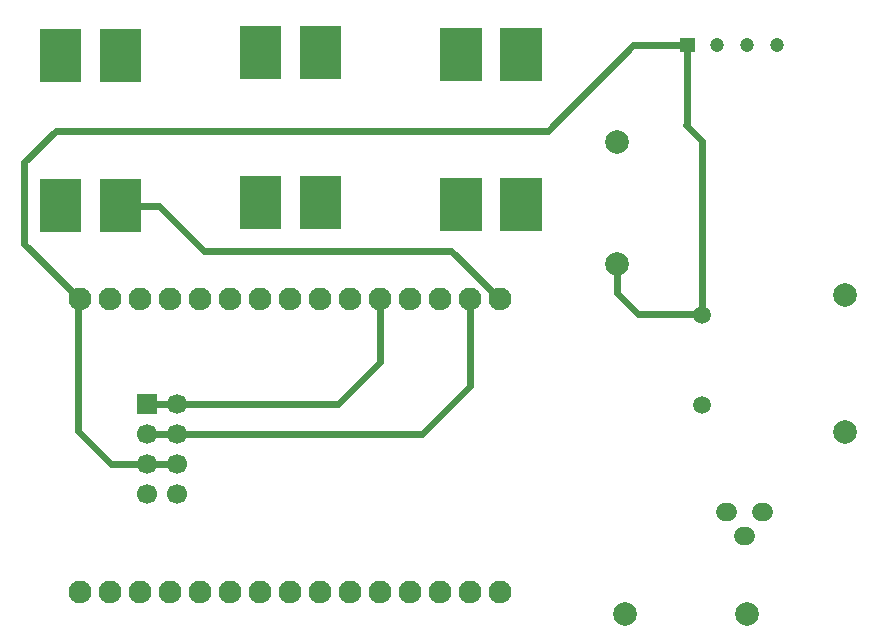
<source format=gtl>
G04 Layer: TopLayer*
G04 EasyEDA v6.4.25, 2021-12-28T21:41:51+00:00*
G04 Gerber Generator version 0.2*
G04 Scale: 100 percent, Rotated: No, Reflected: No *
G04 Dimensions in millimeters *
G04 leading zeros omitted , absolute positions ,4 integer and 5 decimal *
%FSLAX45Y45*%
%MOMM*%

%ADD11C,0.6000*%
%ADD12C,1.9304*%
%ADD14C,1.7000*%
%ADD15R,1.7000X1.7000*%
%ADD17C,1.1989*%
%ADD18C,2.0000*%
%ADD19C,1.5011*%
%ADD20C,1.5240*%

%LPD*%
D11*
X1587500Y6299200D02*
G01*
X1841500Y6299200D01*
X6286500Y7048500D02*
G01*
X6286500Y8521700D01*
X6146800Y8661400D01*
X6159500Y8674100D01*
X6159500Y9334500D01*
X1587500Y6045200D02*
G01*
X1841500Y6045200D01*
X1841500Y6299200D02*
G01*
X3200400Y6299200D01*
X3556000Y6654800D01*
X3554984Y7183373D01*
X1841500Y6045200D02*
G01*
X3911600Y6045200D01*
X4318000Y6451600D01*
X4316984Y7183373D01*
X1587500Y5791200D02*
G01*
X1282700Y5791200D01*
X1003300Y6070600D01*
X1003300Y7171689D01*
X1014984Y7183373D01*
X1587500Y5791200D02*
G01*
X1841500Y5791200D01*
X6159500Y9334500D02*
G01*
X5702300Y9334500D01*
X4978400Y8610600D01*
X812800Y8610600D01*
X546100Y8343900D01*
X546100Y7652258D01*
X1014984Y7183373D01*
X5562600Y7485989D02*
G01*
X5562600Y7239000D01*
X5740400Y7061200D01*
X6273800Y7061200D01*
X6286500Y7048500D01*
X1358900Y7975600D02*
G01*
X1689100Y7975600D01*
X2070100Y7594600D01*
X4159758Y7594600D01*
X4570984Y7183373D01*
D12*
G01*
X1015009Y7183297D03*
G01*
X1269009Y7183297D03*
G01*
X1523009Y7183297D03*
G01*
X1777009Y7183297D03*
G01*
X2031009Y7183297D03*
G01*
X2285009Y7183297D03*
G01*
X2539009Y7183297D03*
G01*
X2793009Y7183297D03*
G01*
X3047009Y7183297D03*
G01*
X3301009Y7183297D03*
G01*
X3555009Y7183297D03*
G01*
X3809009Y7183297D03*
G01*
X4063009Y7183297D03*
G01*
X4317009Y7183297D03*
G01*
X4571009Y7183297D03*
G01*
X1015009Y4706289D03*
G01*
X1269009Y4706289D03*
G01*
X1523009Y4706289D03*
G01*
X1777009Y4706289D03*
G01*
X2031009Y4706289D03*
G01*
X2285009Y4706289D03*
G01*
X2539009Y4706289D03*
G01*
X2793009Y4706289D03*
G01*
X3047009Y4706289D03*
G01*
X3301009Y4706289D03*
G01*
X3555009Y4706289D03*
G01*
X3809009Y4706289D03*
G01*
X4063009Y4706289D03*
G01*
X4317009Y4706289D03*
G01*
X4571009Y4706289D03*
G36*
X1533905Y9020606D02*
G01*
X1533905Y9470593D01*
X1183894Y9470593D01*
X1183894Y9020606D01*
G37*
G36*
X1025905Y9020606D02*
G01*
X1025905Y9470593D01*
X675894Y9470593D01*
X675894Y9020606D01*
G37*
G36*
X1533905Y7750606D02*
G01*
X1533905Y8200593D01*
X1183894Y8200593D01*
X1183894Y7750606D01*
G37*
G36*
X1025905Y7750606D02*
G01*
X1025905Y8200593D01*
X675894Y8200593D01*
X675894Y7750606D01*
G37*
G36*
X3229356Y9046006D02*
G01*
X3229356Y9495993D01*
X2879343Y9495993D01*
X2879343Y9046006D01*
G37*
G36*
X2721356Y9046006D02*
G01*
X2721356Y9495993D01*
X2371343Y9495993D01*
X2371343Y9046006D01*
G37*
G36*
X3229356Y7776006D02*
G01*
X3229356Y8225993D01*
X2879343Y8225993D01*
X2879343Y7776006D01*
G37*
G36*
X2721356Y7776006D02*
G01*
X2721356Y8225993D01*
X2371343Y8225993D01*
X2371343Y7776006D01*
G37*
G36*
X4924806Y9033306D02*
G01*
X4924806Y9483293D01*
X4574793Y9483293D01*
X4574793Y9033306D01*
G37*
G36*
X4416806Y9033306D02*
G01*
X4416806Y9483293D01*
X4066793Y9483293D01*
X4066793Y9033306D01*
G37*
G36*
X4924806Y7763306D02*
G01*
X4924806Y8213293D01*
X4574793Y8213293D01*
X4574793Y7763306D01*
G37*
G36*
X4416806Y7763306D02*
G01*
X4416806Y8213293D01*
X4066793Y8213293D01*
X4066793Y7763306D01*
G37*
D14*
G01*
X1841500Y5537200D03*
D15*
G01*
X1587500Y6299200D03*
D14*
G01*
X1841500Y6299200D03*
G01*
X1587500Y6045200D03*
G01*
X1841500Y6045200D03*
G01*
X1587500Y5791200D03*
G01*
X1841500Y5791200D03*
G01*
X1587500Y5537200D03*
G36*
X6099556Y9394444D02*
G01*
X6219443Y9394444D01*
X6219443Y9274555D01*
X6099556Y9274555D01*
G37*
D17*
G01*
X6413500Y9334500D03*
G01*
X6667500Y9334500D03*
G01*
X6921500Y9334500D03*
D18*
G01*
X5631789Y4521200D03*
G01*
X6661810Y4521200D03*
D19*
G01*
X6286500Y7048500D03*
G01*
X6286500Y6286500D03*
D18*
G01*
X5562600Y7485989D03*
G01*
X5562600Y8516010D03*
G01*
X7493000Y7222109D03*
G01*
X7493000Y6062090D03*
D20*
X6655899Y5181600D02*
G01*
X6628300Y5181600D01*
X6503499Y5384800D02*
G01*
X6475900Y5384800D01*
X6808299Y5384800D02*
G01*
X6780700Y5384800D01*
M02*

</source>
